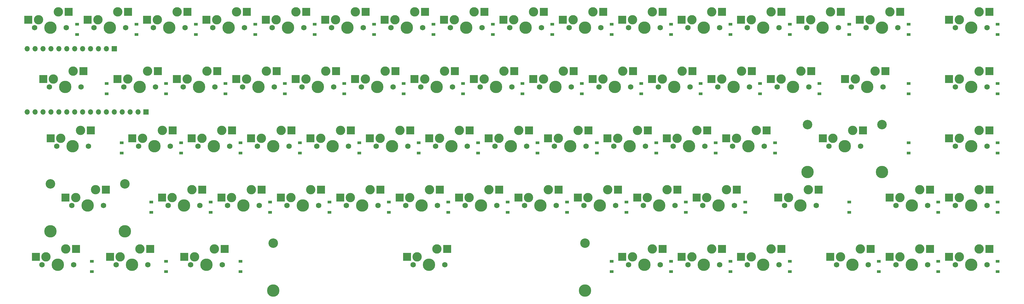
<source format=gbr>
G04 #@! TF.GenerationSoftware,KiCad,Pcbnew,(5.1.8-0-10_14)*
G04 #@! TF.CreationDate,2021-02-07T02:20:16+09:00*
G04 #@! TF.ProjectId,keyboard,6b657962-6f61-4726-942e-6b696361645f,rev?*
G04 #@! TF.SameCoordinates,Original*
G04 #@! TF.FileFunction,Soldermask,Bot*
G04 #@! TF.FilePolarity,Negative*
%FSLAX46Y46*%
G04 Gerber Fmt 4.6, Leading zero omitted, Abs format (unit mm)*
G04 Created by KiCad (PCBNEW (5.1.8-0-10_14)) date 2021-02-07 02:20:16*
%MOMM*%
%LPD*%
G01*
G04 APERTURE LIST*
%ADD10R,1.700000X1.700000*%
%ADD11O,1.700000X1.700000*%
%ADD12R,2.550000X2.500000*%
%ADD13C,1.750000*%
%ADD14C,3.000000*%
%ADD15C,3.987800*%
%ADD16C,3.048000*%
%ADD17R,1.200000X0.900000*%
G04 APERTURE END LIST*
D10*
X29972000Y-16256000D03*
D11*
X27432000Y-16256000D03*
X24892000Y-16256000D03*
X22352000Y-16256000D03*
X19812000Y-16256000D03*
X17272000Y-16256000D03*
X14732000Y-16256000D03*
X12192000Y-16256000D03*
X9652000Y-16256000D03*
X7112000Y-16256000D03*
X4572000Y-16256000D03*
X2032000Y-16256000D03*
D10*
X40172000Y-36576000D03*
D11*
X37632000Y-36576000D03*
X35092000Y-36576000D03*
X32552000Y-36576000D03*
X30012000Y-36576000D03*
X27472000Y-36576000D03*
X24932000Y-36576000D03*
X22392000Y-36576000D03*
X19852000Y-36576000D03*
X17312000Y-36576000D03*
X14772000Y-36576000D03*
X12232000Y-36576000D03*
X9692000Y-36576000D03*
X7152000Y-36576000D03*
X4612000Y-36576000D03*
X2072000Y-36576000D03*
D12*
X310642000Y-80645000D03*
X297715000Y-83185000D03*
D13*
X309880000Y-85725000D03*
X299720000Y-85725000D03*
D14*
X300990000Y-83185000D03*
D15*
X304800000Y-85725000D03*
D14*
X307340000Y-80645000D03*
D12*
X291592000Y-80645000D03*
X278665000Y-83185000D03*
D13*
X290830000Y-85725000D03*
X280670000Y-85725000D03*
D14*
X281940000Y-83185000D03*
D15*
X285750000Y-85725000D03*
D14*
X288290000Y-80645000D03*
D12*
X272542000Y-80645000D03*
X259615000Y-83185000D03*
D13*
X271780000Y-85725000D03*
X261620000Y-85725000D03*
D14*
X262890000Y-83185000D03*
D15*
X266700000Y-85725000D03*
D14*
X269240000Y-80645000D03*
D12*
X243967000Y-80645000D03*
X231040000Y-83185000D03*
D13*
X243205000Y-85725000D03*
X233045000Y-85725000D03*
D14*
X234315000Y-83185000D03*
D15*
X238125000Y-85725000D03*
D14*
X240665000Y-80645000D03*
D12*
X224917000Y-80645000D03*
X211990000Y-83185000D03*
D13*
X224155000Y-85725000D03*
X213995000Y-85725000D03*
D14*
X215265000Y-83185000D03*
D15*
X219075000Y-85725000D03*
D14*
X221615000Y-80645000D03*
D12*
X205867000Y-80645000D03*
X192940000Y-83185000D03*
D13*
X205105000Y-85725000D03*
X194945000Y-85725000D03*
D14*
X196215000Y-83185000D03*
D15*
X200025000Y-85725000D03*
D14*
X202565000Y-80645000D03*
D15*
X80969100Y-93980000D03*
X180968900Y-93980000D03*
D16*
X80969100Y-78740000D03*
X180968900Y-78740000D03*
D12*
X136811000Y-80645000D03*
X123884000Y-83185000D03*
D13*
X136049000Y-85725000D03*
X125889000Y-85725000D03*
D14*
X127159000Y-83185000D03*
D15*
X130969000Y-85725000D03*
D14*
X133509000Y-80645000D03*
D12*
X65373200Y-80645000D03*
X52446200Y-83185000D03*
D13*
X64611200Y-85725000D03*
X54451200Y-85725000D03*
D14*
X55721200Y-83185000D03*
D15*
X59531200Y-85725000D03*
D14*
X62071200Y-80645000D03*
D12*
X41560800Y-80645000D03*
X28633800Y-83185000D03*
D13*
X40798800Y-85725000D03*
X30638800Y-85725000D03*
D14*
X31908800Y-83185000D03*
D15*
X35718800Y-85725000D03*
D14*
X38258800Y-80645000D03*
D12*
X17748200Y-80645000D03*
X4821200Y-83185000D03*
D13*
X16986200Y-85725000D03*
X6826200Y-85725000D03*
D14*
X8096200Y-83185000D03*
D15*
X11906200Y-85725000D03*
D14*
X14446200Y-80645000D03*
D12*
X310642000Y-61595000D03*
X297715000Y-64135000D03*
D13*
X309880000Y-66675000D03*
X299720000Y-66675000D03*
D14*
X300990000Y-64135000D03*
D15*
X304800000Y-66675000D03*
D14*
X307340000Y-61595000D03*
D12*
X291592000Y-61595000D03*
X278665000Y-64135000D03*
D13*
X290830000Y-66675000D03*
X280670000Y-66675000D03*
D14*
X281940000Y-64135000D03*
D15*
X285750000Y-66675000D03*
D14*
X288290000Y-61595000D03*
D12*
X255873000Y-61595000D03*
X242946000Y-64135000D03*
D13*
X255111000Y-66675000D03*
X244951000Y-66675000D03*
D14*
X246221000Y-64135000D03*
D15*
X250031000Y-66675000D03*
D14*
X252571000Y-61595000D03*
D12*
X229680000Y-61595000D03*
X216753000Y-64135000D03*
D13*
X228918000Y-66675000D03*
X218758000Y-66675000D03*
D14*
X220028000Y-64135000D03*
D15*
X223838000Y-66675000D03*
D14*
X226378000Y-61595000D03*
D12*
X210630000Y-61595000D03*
X197703000Y-64135000D03*
D13*
X209868000Y-66675000D03*
X199708000Y-66675000D03*
D14*
X200978000Y-64135000D03*
D15*
X204788000Y-66675000D03*
D14*
X207328000Y-61595000D03*
D12*
X191580000Y-61595000D03*
X178653000Y-64135000D03*
D13*
X190818000Y-66675000D03*
X180658000Y-66675000D03*
D14*
X181928000Y-64135000D03*
D15*
X185738000Y-66675000D03*
D14*
X188278000Y-61595000D03*
D12*
X172530000Y-61595000D03*
X159603000Y-64135000D03*
D13*
X171768000Y-66675000D03*
X161608000Y-66675000D03*
D14*
X162878000Y-64135000D03*
D15*
X166688000Y-66675000D03*
D14*
X169228000Y-61595000D03*
D12*
X153480000Y-61595000D03*
X140553000Y-64135000D03*
D13*
X152718000Y-66675000D03*
X142558000Y-66675000D03*
D14*
X143828000Y-64135000D03*
D15*
X147638000Y-66675000D03*
D14*
X150178000Y-61595000D03*
D12*
X134430000Y-61595000D03*
X121503000Y-64135000D03*
D13*
X133668000Y-66675000D03*
X123508000Y-66675000D03*
D14*
X124778000Y-64135000D03*
D15*
X128588000Y-66675000D03*
D14*
X131128000Y-61595000D03*
D12*
X115380000Y-61595000D03*
X102453000Y-64135000D03*
D13*
X114618000Y-66675000D03*
X104458000Y-66675000D03*
D14*
X105728000Y-64135000D03*
D15*
X109538000Y-66675000D03*
D14*
X112078000Y-61595000D03*
D12*
X96329500Y-61595000D03*
X83402500Y-64135000D03*
D13*
X95567500Y-66675000D03*
X85407500Y-66675000D03*
D14*
X86677500Y-64135000D03*
D15*
X90487500Y-66675000D03*
D14*
X93027500Y-61595000D03*
D12*
X77279500Y-61595000D03*
X64352500Y-64135000D03*
D13*
X76517500Y-66675000D03*
X66357500Y-66675000D03*
D14*
X67627500Y-64135000D03*
D15*
X71437500Y-66675000D03*
D14*
X73977500Y-61595000D03*
D12*
X58229500Y-61595000D03*
X45302500Y-64135000D03*
D13*
X57467500Y-66675000D03*
X47307500Y-66675000D03*
D14*
X48577500Y-64135000D03*
D15*
X52387500Y-66675000D03*
D14*
X54927500Y-61595000D03*
D15*
X9493200Y-74930000D03*
X33369200Y-74930000D03*
D16*
X9493200Y-59690000D03*
X33369200Y-59690000D03*
D12*
X27273200Y-61595000D03*
X14346200Y-64135000D03*
D13*
X26511200Y-66675000D03*
X16351200Y-66675000D03*
D14*
X17621200Y-64135000D03*
D15*
X21431200Y-66675000D03*
D14*
X23971200Y-61595000D03*
D12*
X310642000Y-42545000D03*
X297715000Y-45085000D03*
D13*
X309880000Y-47625000D03*
X299720000Y-47625000D03*
D14*
X300990000Y-45085000D03*
D15*
X304800000Y-47625000D03*
D14*
X307340000Y-42545000D03*
D15*
X252381000Y-55880000D03*
X276257000Y-55880000D03*
D16*
X252381000Y-40640000D03*
X276257000Y-40640000D03*
D12*
X270161000Y-42545000D03*
X257234000Y-45085000D03*
D13*
X269399000Y-47625000D03*
X259239000Y-47625000D03*
D14*
X260509000Y-45085000D03*
D15*
X264319000Y-47625000D03*
D14*
X266859000Y-42545000D03*
D12*
X239204000Y-42545000D03*
X226277000Y-45085000D03*
D13*
X238442000Y-47625000D03*
X228282000Y-47625000D03*
D14*
X229552000Y-45085000D03*
D15*
X233362000Y-47625000D03*
D14*
X235902000Y-42545000D03*
D12*
X220154000Y-42545000D03*
X207227000Y-45085000D03*
D13*
X219392000Y-47625000D03*
X209232000Y-47625000D03*
D14*
X210502000Y-45085000D03*
D15*
X214312000Y-47625000D03*
D14*
X216852000Y-42545000D03*
D12*
X201104000Y-42545000D03*
X188177000Y-45085000D03*
D13*
X200342000Y-47625000D03*
X190182000Y-47625000D03*
D14*
X191452000Y-45085000D03*
D15*
X195262000Y-47625000D03*
D14*
X197802000Y-42545000D03*
D12*
X182054000Y-42545000D03*
X169127000Y-45085000D03*
D13*
X181292000Y-47625000D03*
X171132000Y-47625000D03*
D14*
X172402000Y-45085000D03*
D15*
X176212000Y-47625000D03*
D14*
X178752000Y-42545000D03*
D12*
X163004000Y-42545000D03*
X150077000Y-45085000D03*
D13*
X162242000Y-47625000D03*
X152082000Y-47625000D03*
D14*
X153352000Y-45085000D03*
D15*
X157162000Y-47625000D03*
D14*
X159702000Y-42545000D03*
D12*
X143954000Y-42545000D03*
X131027000Y-45085000D03*
D13*
X143192000Y-47625000D03*
X133032000Y-47625000D03*
D14*
X134302000Y-45085000D03*
D15*
X138112000Y-47625000D03*
D14*
X140652000Y-42545000D03*
D12*
X124904000Y-42545000D03*
X111977000Y-45085000D03*
D13*
X124142000Y-47625000D03*
X113982000Y-47625000D03*
D14*
X115252000Y-45085000D03*
D15*
X119062000Y-47625000D03*
D14*
X121602000Y-42545000D03*
D12*
X105854000Y-42545000D03*
X92927000Y-45085000D03*
D13*
X105092000Y-47625000D03*
X94932000Y-47625000D03*
D14*
X96202000Y-45085000D03*
D15*
X100012000Y-47625000D03*
D14*
X102552000Y-42545000D03*
D12*
X86804500Y-42545000D03*
X73877500Y-45085000D03*
D13*
X86042500Y-47625000D03*
X75882500Y-47625000D03*
D14*
X77152500Y-45085000D03*
D15*
X80962500Y-47625000D03*
D14*
X83502500Y-42545000D03*
D12*
X67754500Y-42545000D03*
X54827500Y-45085000D03*
D13*
X66992500Y-47625000D03*
X56832500Y-47625000D03*
D14*
X58102500Y-45085000D03*
D15*
X61912500Y-47625000D03*
D14*
X64452500Y-42545000D03*
D12*
X48704500Y-42545000D03*
X35777500Y-45085000D03*
D13*
X47942500Y-47625000D03*
X37782500Y-47625000D03*
D14*
X39052500Y-45085000D03*
D15*
X42862500Y-47625000D03*
D14*
X45402500Y-42545000D03*
D12*
X22510800Y-42545000D03*
X9583800Y-45085000D03*
D13*
X21748800Y-47625000D03*
X11588800Y-47625000D03*
D14*
X12858800Y-45085000D03*
D15*
X16668800Y-47625000D03*
D14*
X19208800Y-42545000D03*
D12*
X310642000Y-23495000D03*
X297715000Y-26035000D03*
D13*
X309880000Y-28575000D03*
X299720000Y-28575000D03*
D14*
X300990000Y-26035000D03*
D15*
X304800000Y-28575000D03*
D14*
X307340000Y-23495000D03*
D12*
X277304000Y-23495000D03*
X264377000Y-26035000D03*
D13*
X276542000Y-28575000D03*
X266382000Y-28575000D03*
D14*
X267652000Y-26035000D03*
D15*
X271462000Y-28575000D03*
D14*
X274002000Y-23495000D03*
D12*
X253492000Y-23495000D03*
X240565000Y-26035000D03*
D13*
X252730000Y-28575000D03*
X242570000Y-28575000D03*
D14*
X243840000Y-26035000D03*
D15*
X247650000Y-28575000D03*
D14*
X250190000Y-23495000D03*
D12*
X234442000Y-23495000D03*
X221515000Y-26035000D03*
D13*
X233680000Y-28575000D03*
X223520000Y-28575000D03*
D14*
X224790000Y-26035000D03*
D15*
X228600000Y-28575000D03*
D14*
X231140000Y-23495000D03*
D12*
X215392000Y-23495000D03*
X202465000Y-26035000D03*
D13*
X214630000Y-28575000D03*
X204470000Y-28575000D03*
D14*
X205740000Y-26035000D03*
D15*
X209550000Y-28575000D03*
D14*
X212090000Y-23495000D03*
D12*
X196342000Y-23495000D03*
X183415000Y-26035000D03*
D13*
X195580000Y-28575000D03*
X185420000Y-28575000D03*
D14*
X186690000Y-26035000D03*
D15*
X190500000Y-28575000D03*
D14*
X193040000Y-23495000D03*
D12*
X177292000Y-23495000D03*
X164365000Y-26035000D03*
D13*
X176530000Y-28575000D03*
X166370000Y-28575000D03*
D14*
X167640000Y-26035000D03*
D15*
X171450000Y-28575000D03*
D14*
X173990000Y-23495000D03*
D12*
X158242000Y-23495000D03*
X145315000Y-26035000D03*
D13*
X157480000Y-28575000D03*
X147320000Y-28575000D03*
D14*
X148590000Y-26035000D03*
D15*
X152400000Y-28575000D03*
D14*
X154940000Y-23495000D03*
D12*
X139192000Y-23495000D03*
X126265000Y-26035000D03*
D13*
X138430000Y-28575000D03*
X128270000Y-28575000D03*
D14*
X129540000Y-26035000D03*
D15*
X133350000Y-28575000D03*
D14*
X135890000Y-23495000D03*
D12*
X120142000Y-23495000D03*
X107215000Y-26035000D03*
D13*
X119380000Y-28575000D03*
X109220000Y-28575000D03*
D14*
X110490000Y-26035000D03*
D15*
X114300000Y-28575000D03*
D14*
X116840000Y-23495000D03*
D12*
X101092000Y-23495000D03*
X88165000Y-26035000D03*
D13*
X100330000Y-28575000D03*
X90170000Y-28575000D03*
D14*
X91440000Y-26035000D03*
D15*
X95250000Y-28575000D03*
D14*
X97790000Y-23495000D03*
D12*
X82042000Y-23495000D03*
X69115000Y-26035000D03*
D13*
X81280000Y-28575000D03*
X71120000Y-28575000D03*
D14*
X72390000Y-26035000D03*
D15*
X76200000Y-28575000D03*
D14*
X78740000Y-23495000D03*
D12*
X62992000Y-23495000D03*
X50065000Y-26035000D03*
D13*
X62230000Y-28575000D03*
X52070000Y-28575000D03*
D14*
X53340000Y-26035000D03*
D15*
X57150000Y-28575000D03*
D14*
X59690000Y-23495000D03*
D12*
X43942000Y-23495000D03*
X31015000Y-26035000D03*
D13*
X43180000Y-28575000D03*
X33020000Y-28575000D03*
D14*
X34290000Y-26035000D03*
D15*
X38100000Y-28575000D03*
D14*
X40640000Y-23495000D03*
D12*
X20129500Y-23495000D03*
X7202500Y-26035000D03*
D13*
X19367500Y-28575000D03*
X9207500Y-28575000D03*
D14*
X10477500Y-26035000D03*
D15*
X14287500Y-28575000D03*
D14*
X16827500Y-23495000D03*
D12*
X310642000Y-4445000D03*
X297715000Y-6985000D03*
D13*
X309880000Y-9525000D03*
X299720000Y-9525000D03*
D14*
X300990000Y-6985000D03*
D15*
X304800000Y-9525000D03*
D14*
X307340000Y-4445000D03*
D12*
X282067000Y-4445000D03*
X269140000Y-6985000D03*
D13*
X281305000Y-9525000D03*
X271145000Y-9525000D03*
D14*
X272415000Y-6985000D03*
D15*
X276225000Y-9525000D03*
D14*
X278765000Y-4445000D03*
D12*
X263017000Y-4445000D03*
X250090000Y-6985000D03*
D13*
X262255000Y-9525000D03*
X252095000Y-9525000D03*
D14*
X253365000Y-6985000D03*
D15*
X257175000Y-9525000D03*
D14*
X259715000Y-4445000D03*
D12*
X243967000Y-4445000D03*
X231040000Y-6985000D03*
D13*
X243205000Y-9525000D03*
X233045000Y-9525000D03*
D14*
X234315000Y-6985000D03*
D15*
X238125000Y-9525000D03*
D14*
X240665000Y-4445000D03*
D12*
X224917000Y-4445000D03*
X211990000Y-6985000D03*
D13*
X224155000Y-9525000D03*
X213995000Y-9525000D03*
D14*
X215265000Y-6985000D03*
D15*
X219075000Y-9525000D03*
D14*
X221615000Y-4445000D03*
D12*
X205867000Y-4445000D03*
X192940000Y-6985000D03*
D13*
X205105000Y-9525000D03*
X194945000Y-9525000D03*
D14*
X196215000Y-6985000D03*
D15*
X200025000Y-9525000D03*
D14*
X202565000Y-4445000D03*
D12*
X186817000Y-4445000D03*
X173890000Y-6985000D03*
D13*
X186055000Y-9525000D03*
X175895000Y-9525000D03*
D14*
X177165000Y-6985000D03*
D15*
X180975000Y-9525000D03*
D14*
X183515000Y-4445000D03*
D12*
X167767000Y-4445000D03*
X154840000Y-6985000D03*
D13*
X167005000Y-9525000D03*
X156845000Y-9525000D03*
D14*
X158115000Y-6985000D03*
D15*
X161925000Y-9525000D03*
D14*
X164465000Y-4445000D03*
D12*
X148717000Y-4445000D03*
X135790000Y-6985000D03*
D13*
X147955000Y-9525000D03*
X137795000Y-9525000D03*
D14*
X139065000Y-6985000D03*
D15*
X142875000Y-9525000D03*
D14*
X145415000Y-4445000D03*
D12*
X129667000Y-4445000D03*
X116740000Y-6985000D03*
D13*
X128905000Y-9525000D03*
X118745000Y-9525000D03*
D14*
X120015000Y-6985000D03*
D15*
X123825000Y-9525000D03*
D14*
X126365000Y-4445000D03*
D12*
X110617000Y-4445000D03*
X97690000Y-6985000D03*
D13*
X109855000Y-9525000D03*
X99695000Y-9525000D03*
D14*
X100965000Y-6985000D03*
D15*
X104775000Y-9525000D03*
D14*
X107315000Y-4445000D03*
D12*
X91567000Y-4445000D03*
X78640000Y-6985000D03*
D13*
X90805000Y-9525000D03*
X80645000Y-9525000D03*
D14*
X81915000Y-6985000D03*
D15*
X85725000Y-9525000D03*
D14*
X88265000Y-4445000D03*
D12*
X72517000Y-4445000D03*
X59590000Y-6985000D03*
D13*
X71755000Y-9525000D03*
X61595000Y-9525000D03*
D14*
X62865000Y-6985000D03*
D15*
X66675000Y-9525000D03*
D14*
X69215000Y-4445000D03*
D12*
X53467000Y-4445000D03*
X40540000Y-6985000D03*
D13*
X52705000Y-9525000D03*
X42545000Y-9525000D03*
D14*
X43815000Y-6985000D03*
D15*
X47625000Y-9525000D03*
D14*
X50165000Y-4445000D03*
D12*
X34417000Y-4445000D03*
X21490000Y-6985000D03*
D13*
X33655000Y-9525000D03*
X23495000Y-9525000D03*
D14*
X24765000Y-6985000D03*
D15*
X28575000Y-9525000D03*
D14*
X31115000Y-4445000D03*
D12*
X15367000Y-4445000D03*
X2440000Y-6985000D03*
D13*
X14605000Y-9525000D03*
X4445000Y-9525000D03*
D14*
X5715000Y-6985000D03*
D15*
X9525000Y-9525000D03*
D14*
X12065000Y-4445000D03*
D17*
X18050000Y-8375000D03*
X18050000Y-11675000D03*
X37100000Y-8375000D03*
X37100000Y-11675000D03*
X56150000Y-8375000D03*
X56150000Y-11675000D03*
X75200000Y-8375000D03*
X75200000Y-11675000D03*
X94250000Y-8375000D03*
X94250000Y-11675000D03*
X113300000Y-8375000D03*
X113300000Y-11675000D03*
X132350000Y-8375000D03*
X132350000Y-11675000D03*
X151400000Y-8375000D03*
X151400000Y-11675000D03*
X170450000Y-8375000D03*
X170450000Y-11675000D03*
X189500000Y-8375000D03*
X189500000Y-11675000D03*
X208550000Y-8375000D03*
X208550000Y-11675000D03*
X227600000Y-8375000D03*
X227600000Y-11675000D03*
X246650000Y-8375000D03*
X246650000Y-11675000D03*
X265700000Y-8375000D03*
X265700000Y-11675000D03*
X284750000Y-8375000D03*
X284750000Y-11675000D03*
X313325000Y-8375000D03*
X313325000Y-11675000D03*
X27575000Y-27425000D03*
X27575000Y-30725000D03*
X46625000Y-27425000D03*
X46625000Y-30725000D03*
X65675000Y-27425000D03*
X65675000Y-30725000D03*
X84725000Y-27425000D03*
X84725000Y-30725000D03*
X103775000Y-27425000D03*
X103775000Y-30725000D03*
X122825000Y-27425000D03*
X122825000Y-30725000D03*
X141875000Y-27425000D03*
X141875000Y-30725000D03*
X160925000Y-27425000D03*
X160925000Y-30725000D03*
X179975000Y-27425000D03*
X179975000Y-30725000D03*
X199025000Y-27425000D03*
X199025000Y-30725000D03*
X218075000Y-27425000D03*
X218075000Y-30725000D03*
X237125000Y-27425000D03*
X237125000Y-30725000D03*
X256175000Y-27425000D03*
X256175000Y-30725000D03*
X284750000Y-27425000D03*
X284750000Y-30725000D03*
X313325000Y-27425000D03*
X313325000Y-30725000D03*
X32337500Y-46475000D03*
X32337500Y-49775000D03*
X51387500Y-46475000D03*
X51387500Y-49775000D03*
X70437500Y-46475000D03*
X70437500Y-49775000D03*
X89487500Y-46475000D03*
X89487500Y-49775000D03*
X108538000Y-46475000D03*
X108538000Y-49775000D03*
X127588000Y-46475000D03*
X127588000Y-49775000D03*
X146638000Y-46475000D03*
X146638000Y-49775000D03*
X165688000Y-46475000D03*
X165688000Y-49775000D03*
X184738000Y-46475000D03*
X184738000Y-49775000D03*
X203788000Y-46475000D03*
X203788000Y-49775000D03*
X222838000Y-46475000D03*
X222838000Y-49775000D03*
X241888000Y-46475000D03*
X241888000Y-49775000D03*
X284750000Y-46475000D03*
X284750000Y-49775000D03*
X313325000Y-46475000D03*
X313325000Y-49775000D03*
X41862500Y-65525000D03*
X41862500Y-68825000D03*
X60912500Y-65525000D03*
X60912500Y-68825000D03*
X79962500Y-65525000D03*
X79962500Y-68825000D03*
X99012500Y-65525000D03*
X99012500Y-68825000D03*
X118062000Y-65525000D03*
X118062000Y-68825000D03*
X137112000Y-65525000D03*
X137112000Y-68825000D03*
X156162000Y-65525000D03*
X156162000Y-68825000D03*
X175212000Y-65525000D03*
X175212000Y-68825000D03*
X194262000Y-65525000D03*
X194262000Y-68825000D03*
X213312000Y-65525000D03*
X213312000Y-68825000D03*
X232362000Y-65525000D03*
X232362000Y-68825000D03*
X265700000Y-65525000D03*
X265700000Y-68825000D03*
X294275000Y-65525000D03*
X294275000Y-68825000D03*
X313325000Y-65525000D03*
X313325000Y-68825000D03*
X22812500Y-84575000D03*
X22812500Y-87875000D03*
X46625000Y-84575000D03*
X46625000Y-87875000D03*
X70437500Y-84575000D03*
X70437500Y-87875000D03*
X189500000Y-84575000D03*
X189500000Y-87875000D03*
X208550000Y-84575000D03*
X208550000Y-87875000D03*
X227600000Y-84575000D03*
X227600000Y-87875000D03*
X246650000Y-84575000D03*
X246650000Y-87875000D03*
X275225000Y-84575000D03*
X275225000Y-87875000D03*
X294275000Y-84575000D03*
X294275000Y-87875000D03*
X313325000Y-84575000D03*
X313325000Y-87875000D03*
M02*

</source>
